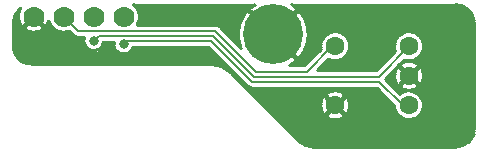
<source format=gtl>
*
*
G04 PADS9.1 Build Number: 384028 generated Gerber (RS-274-X) file*
G04 PC Version=2.1*
*
%IN "PSDR_Encoder.pcb"*%
*
%MOIN*%
*
%FSLAX35Y35*%
*
*
*
*
G04 PC Standard Apertures*
*
*
G04 Thermal Relief Aperture macro.*
%AMTER*
1,1,$1,0,0*
1,0,$1-$2,0,0*
21,0,$3,$4,0,0,45*
21,0,$3,$4,0,0,135*
%
*
*
G04 Annular Aperture macro.*
%AMANN*
1,1,$1,0,0*
1,0,$2,0,0*
%
*
*
G04 Odd Aperture macro.*
%AMODD*
1,1,$1,0,0*
1,0,$1-0.005,0,0*
%
*
*
G04 PC Custom Aperture Macros*
*
*
*
*
*
*
G04 PC Aperture Table*
*
%ADD010C,0.01*%
%ADD011C,0.008*%
%ADD037C,0.015*%
%ADD042C,0.001*%
%ADD048C,0.07*%
%ADD149C,0.032*%
%ADD152C,0.063*%
%ADD165C,0.2*%
*
*
*
*
G04 PC Circuitry*
G04 Layer Name PSDR_Encoder.pcb - circuitry*
%LPD*%
*
*
G04 PC Custom Flashes*
G04 Layer Name PSDR_Encoder.pcb - flashes*
%LPD*%
*
*
G04 PC Circuitry*
G04 Layer Name PSDR_Encoder.pcb - circuitry*
%LPD*%
*
G54D10*
G01X450322Y320472D02*
G75*
G03X450322I-4850J0D01*
G01X474929Y330315D02*
G03X474929I-4850J0D01*
G01X491801Y312598D02*
Y348031D01*
G03X485827Y354005I-5974J0*
G01X431021*
X430363Y333800D02*
G03X431021Y354005I-5560J10294D01*
G01X430363Y333800D02*
X435230D01*
X440704Y339274*
X443228Y335858D02*
G03X440704Y339274I2244J4299D01*
G01X443228Y335858D02*
X439470Y332100D01*
X459051*
X465502Y338551*
X468472Y335581D02*
G03X465502Y338551I1607J4576D01*
G01X468472Y335581D02*
X462231Y329339D01*
X467197Y324373*
X465229Y320401D02*
G03X467197Y324373I4850J71D01*
G01X465229Y320401D02*
X459330Y326300D01*
X417600*
X416115Y326915D02*
G03X417600Y326300I1485J1485D01*
G01X416115Y326915D02*
X403130Y339900D01*
X378175*
X371775Y341500D02*
G03X378175Y339900I3225J-700D01*
G01X371775Y341500D02*
X368262D01*
X361889Y343100D02*
G03X368262Y341500I3111J-1100D01*
G01X361889Y343100D02*
X359800D01*
X358315Y343715D02*
G03X359800Y343100I1485J1485D01*
G01X358315Y343715D02*
X356879Y345151D01*
X350000Y348572D02*
G03X356879Y345151I5000J1428D01*
G01X340730Y352968D02*
G03X350000Y348572I4270J-2968D01*
G01X340730Y352968D02*
G03X338120Y348031I3364J-4937D01*
G01Y340157*
G03X344094Y334183I5974J0*
G01X403825*
X410736Y331321D02*
G03X403825Y334183I-6911J-6912D01*
G01X410736Y331321D02*
X433683Y308374D01*
G03X437907Y306624I4224J4224*
G01X485827*
G03X491801Y312598I-0J5974*
G01X418585Y354005D02*
G03X413953Y339717I6218J-9911D01*
G01X418585Y354005D02*
X378316D01*
X379444Y347300D02*
G03X378316Y354005I-4444J2700D01*
G01X379444Y347300D02*
X405500D01*
X406985Y346685D02*
G03X405500Y347300I-1485J-1485D01*
G01X406985Y346685D02*
X413953Y339717D01*
X450322Y320472D02*
G03X450322I-4850J0D01*
G01X474929Y330315D02*
G03X474929I-4850J0D01*
G01X378956Y353375D02*
X417678D01*
X379573Y352475D02*
X416639D01*
X379956Y351575D02*
X415807D01*
X380156Y350675D02*
X415129D01*
X380195Y349775D02*
X414575D01*
X380077Y348875D02*
X414124D01*
X413795Y339875D02*
X413890D01*
X379790Y347975D02*
X413765D01*
X412895Y340775D02*
X413584D01*
X406446Y347075D02*
X413489D01*
X411995Y341675D02*
X413356D01*
X407495Y346175D02*
X413290D01*
X411095Y342575D02*
X413202D01*
X408395Y345275D02*
X413163D01*
X410195Y343475D02*
X413120D01*
X409295Y344375D02*
X413106D01*
X435841Y347975D02*
X491801D01*
X436117Y347075D02*
X491801D01*
X436317Y346175D02*
X491801D01*
X436443Y345275D02*
X491801D01*
X472473Y344375D02*
X491801D01*
X473617Y343475D02*
X491801D01*
X474283Y342575D02*
X491801D01*
X474685Y341675D02*
X491801D01*
X474889Y340775D02*
X491801D01*
X474921Y339875D02*
X491801D01*
X474782Y338975D02*
X491801D01*
X474459Y338075D02*
X491801D01*
X473903Y337175D02*
X491801D01*
X472986Y336275D02*
X491801D01*
X470886Y335375D02*
X491801D01*
X472572Y334475D02*
X491801D01*
X473670Y333575D02*
X491801D01*
X474316Y332675D02*
X491801D01*
X474704Y331775D02*
X491801D01*
X474896Y330875D02*
X491801D01*
X474917Y329975D02*
X491801D01*
X474768Y329075D02*
X491801D01*
X474431Y328175D02*
X491801D01*
X473858Y327275D02*
X491801D01*
X472907Y326375D02*
X491801D01*
X470392Y325475D02*
X491801D01*
X472665Y324575D02*
X491801D01*
X473721Y323675D02*
X491801D01*
X474347Y322775D02*
X491801D01*
X474722Y321875D02*
X491801D01*
X474903Y320975D02*
X491801D01*
X474912Y320075D02*
X491801D01*
X474752Y319175D02*
X491801D01*
X474402Y318275D02*
X491801D01*
X473811Y317375D02*
X491801D01*
X472825Y316475D02*
X491801D01*
X426482Y315575D02*
X491801D01*
X427382Y314675D02*
X491801D01*
X428282Y313775D02*
X491801D01*
X429182Y312875D02*
X491801D01*
X430082Y311975D02*
X491768D01*
X435482Y348875D02*
X491741D01*
X430982Y311075D02*
X491603D01*
X435032Y349775D02*
X491541D01*
X431882Y310175D02*
X491287D01*
X434477Y350675D02*
X491184D01*
X432782Y309275D02*
X490791D01*
X433799Y351575D02*
X490636D01*
X433682Y308375D02*
X490052D01*
X432967Y352475D02*
X489820D01*
X434835Y307475D02*
X488899D01*
X431928Y353375D02*
X488498D01*
X466095Y325475D02*
X469765D01*
X468266Y335375D02*
X469272D01*
X447867Y344375D02*
X467684D01*
X467366Y334475D02*
X467586D01*
X466995Y324575D02*
X467492D01*
X448219Y316475D02*
X467332D01*
X465195Y326375D02*
X467250D01*
X449010Y343475D02*
X466541D01*
X466466Y333575D02*
X466488D01*
X449205Y317375D02*
X466347D01*
X464295Y327275D02*
X466300D01*
X449677Y342575D02*
X465874D01*
X465566Y332675D02*
X465842D01*
X449796Y318275D02*
X465755D01*
X463395Y328175D02*
X465726D01*
X450079Y341675D02*
X465472D01*
X464666Y331775D02*
X465454D01*
X450146Y319175D02*
X465405D01*
X462495Y329075D02*
X465390D01*
X450176Y338975D02*
X465375D01*
X450283Y340775D02*
X465268D01*
X463766Y330875D02*
X465261D01*
X450306Y320075D02*
X465245D01*
X462866Y329975D02*
X465241D01*
X450314Y339875D02*
X465237D01*
X449853Y338075D02*
X465026D01*
X450296Y320975D02*
X464655D01*
X449297Y337175D02*
X464126D01*
X450115Y321875D02*
X463755D01*
X448379Y336275D02*
X463226D01*
X449741Y322775D02*
X462855D01*
X446279Y335375D02*
X462326D01*
X449115Y323675D02*
X461955D01*
X441845Y334475D02*
X461426D01*
X448059Y324575D02*
X461055D01*
X440945Y333575D02*
X460526D01*
X416582Y325475D02*
X460155D01*
X440045Y332675D02*
X459626D01*
X442745Y335375D02*
X444665D01*
X436500Y344375D02*
X443078D01*
X417482Y324575D02*
X442886D01*
X425582Y316475D02*
X442726D01*
X436487Y343475D02*
X441935D01*
X418382Y323675D02*
X441830D01*
X424682Y317375D02*
X441740D01*
X436404Y342575D02*
X441268D01*
X419282Y322775D02*
X441204D01*
X423782Y318275D02*
X441149D01*
X436250Y341675D02*
X440866D01*
X420182Y321875D02*
X440830D01*
X422882Y319175D02*
X440799D01*
X436022Y340775D02*
X440662D01*
X421082Y320975D02*
X440649D01*
X421982Y320075D02*
X440639D01*
X435716Y339875D02*
X440631D01*
X435324Y338975D02*
X440405D01*
X434836Y338075D02*
X439505D01*
X434238Y337175D02*
X438605D01*
X433506Y336275D02*
X437705D01*
X432605Y335375D02*
X436805D01*
X431463Y334475D02*
X435905D01*
X415682Y326375D02*
X417043D01*
X414782Y327275D02*
X415755D01*
X413882Y328175D02*
X414855D01*
X412982Y329075D02*
X413955D01*
X412082Y329975D02*
X413055D01*
X411182Y330875D02*
X412155D01*
X410250Y331775D02*
X411255D01*
X409042Y332675D02*
X410355D01*
X407220Y333575D02*
X409455D01*
X342251Y334475D02*
X408555D01*
X340514Y335375D02*
X407655D01*
X339554Y336275D02*
X406755D01*
X338918Y337175D02*
X405855D01*
X376861Y338075D02*
X404955D01*
X377750Y338975D02*
X404055D01*
X378168Y339875D02*
X403155D01*
X338495Y338075D02*
X373139D01*
X366319Y338975D02*
X372250D01*
X367525Y339875D02*
X371832D01*
X368064Y340775D02*
X371700D01*
X338239Y338975D02*
X363681D01*
X338127Y339875D02*
X362475D01*
X338120Y340775D02*
X361936D01*
X338120Y342575D02*
X361750D01*
X338120Y341675D02*
X361716D01*
X338120Y343475D02*
X358602D01*
X338120Y344375D02*
X357655D01*
X347171Y345275D02*
X352829D01*
X348523Y346175D02*
X351477D01*
X349299Y347075D02*
X350701D01*
X349790Y347975D02*
X350210D01*
X338120Y345275D02*
X342829D01*
X338120Y346175D02*
X341477D01*
X338120Y347075D02*
X340701D01*
X340102Y352475D02*
X340427D01*
X338120Y347975D02*
X340210D01*
X339285Y351575D02*
X340044D01*
X338180Y348875D02*
X339923D01*
X338737Y350675D02*
X339844D01*
X338381Y349775D02*
X339805D01*
G54D11*
X365000Y342000D02*
X366600Y343600D01*
X404800*
X418400Y330000*
X459921*
X470079Y340157*
X355000Y350000D02*
X359800Y345200D01*
X405500*
X419000Y331700*
X436100*
X444557Y340157*
X445472*
X375000Y340800D02*
X376200Y342000D01*
X404000*
X417600Y328400*
X460200*
X468000Y320600*
X469951*
X470079Y320472*
G54D37*
X433076Y352368D02*
X431874Y351166D01*
X433076Y335821D02*
X431874Y337023D01*
X416530Y352368D02*
X417732Y351166D01*
X341323Y346323D02*
X342525Y347525D01*
X348677Y346323D02*
X347475Y347525D01*
X473508Y326885D02*
X472306Y328088D01*
X466649Y326885D02*
X467851Y328088D01*
X466649Y333744D02*
X467851Y332542D01*
X473508Y333744D02*
X472306Y332542D01*
X448902Y317043D02*
X447700Y318245D01*
X442043Y317043D02*
X443245Y318245D01*
X442043Y323902D02*
X443245Y322700D01*
X448902Y323902D02*
X447700Y322700D01*
G54D42*
G54D48*
X365000Y350000D03*
X375000D03*
X355000D03*
X345000D03*
G54D149*
X365000Y342000D03*
X375000Y340800D03*
G54D152*
X470079Y340157D03*
Y320472D03*
Y330315D03*
X445472Y340157D03*
Y320472D03*
G54D165*
X424803Y344094D03*
G74*
X0Y0D02*
M02*

</source>
